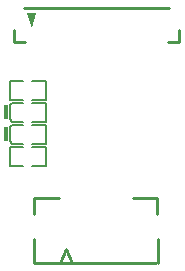
<source format=gto>
G04*
G04 #@! TF.GenerationSoftware,Altium Limited,Altium Designer,22.8.2 (66)*
G04*
G04 Layer_Color=65535*
%FSLAX44Y44*%
%MOMM*%
G71*
G04*
G04 #@! TF.SameCoordinates,461F48FB-66DF-4060-B8FC-CAE3B283AE13*
G04*
G04*
G04 #@! TF.FilePolarity,Positive*
G04*
G01*
G75*
%ADD10C,0.2000*%
%ADD11C,0.2540*%
%ADD12R,0.3000X1.2000*%
G36*
X24819Y228614D02*
X32820D01*
X28819Y216614D01*
X24819Y228614D01*
D01*
D02*
G37*
D10*
X29574Y137049D02*
X40924D01*
X12574D02*
X21574D01*
X29574Y152849D02*
X40924D01*
X10574Y138979D02*
Y150919D01*
X40924Y137049D02*
Y152849D01*
X12574D02*
X21574D01*
X10574Y150919D02*
X12574Y152849D01*
X10574Y138979D02*
X12574Y137049D01*
X29574Y118423D02*
X40924D01*
X12574D02*
X21574D01*
X29574Y134223D02*
X40924D01*
X10574Y120353D02*
Y132293D01*
X40924Y118423D02*
Y134223D01*
X12574D02*
X21574D01*
X10574Y132293D02*
X12574Y134223D01*
X10574Y120353D02*
X12574Y118423D01*
X29574Y155676D02*
X40924D01*
X10224D02*
Y171476D01*
X40924Y155676D02*
Y171476D01*
X10224Y155676D02*
X21574D01*
X29574Y171476D02*
X40924D01*
X10224D02*
X21574D01*
X29574Y99796D02*
X40924D01*
X10224D02*
Y115596D01*
X40924Y99796D02*
Y115596D01*
X10224Y99796D02*
X21574D01*
X29574Y115596D02*
X40924D01*
X10224D02*
X21574D01*
D11*
X114370Y72130D02*
X134861D01*
X30558Y17230D02*
Y37230D01*
X135558Y17230D02*
Y37230D01*
X58159Y29330D02*
X63058Y17328D01*
X53159Y17230D02*
X58159Y29330D01*
X30558Y17230D02*
X134361D01*
X31261Y72130D02*
X51733D01*
X31261Y59138D02*
Y69832D01*
Y61437D02*
Y72130D01*
X134861Y59138D02*
Y69832D01*
Y61437D02*
Y72130D01*
X13820Y204239D02*
X23509D01*
X144131D02*
X153820D01*
X13820D02*
Y214927D01*
X153820Y204239D02*
Y214927D01*
X22820Y233239D02*
X144820D01*
D12*
X7324Y144949D02*
D03*
X7325Y126323D02*
D03*
M02*

</source>
